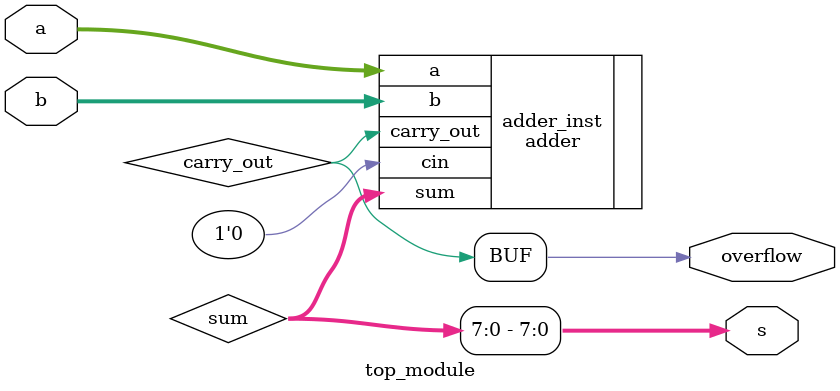
<source format=sv>
module top_module (
	input [7:0] a,
	input [7:0] b,
	output [7:0] s,
	output overflow
);

	// Internal wire to store the result of the addition
	wire [8:0] sum;

	// Internal wire to store the overflow status
	wire carry_out;

	// Adder module to perform the addition
	adder adder_inst(
		.a(a),
		.b(b),
		.cin(1'b0),
		.sum(sum),
		.carry_out(carry_out)
	);

	// Output the result of the addition without the carry-out bit
	assign s = sum[7:0];

	// Output the overflow status
	assign overflow = carry_out;

endmodule

</source>
